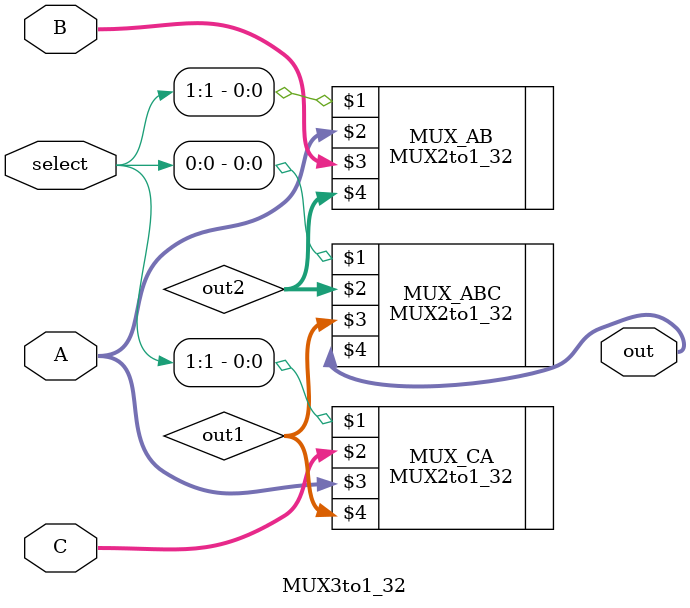
<source format=v>
module MUX3to1_32(select,A,C,B,out);
/* A: represent Rs given from IDEX_reg
 * B: represent Rd given from MEMWB_reg
 * C: represent Rd given from EXMEM_reg
*/
output [31:0] out;
input [1:0] select;
input [31:0] A,B,C;
wire [31:0] out1,out2;
MUX2to1_32 MUX_CA(select[1:1],C,A,out1);
MUX2to1_32 MUX_AB(select[1:1],A,B,out2);
MUX2to1_32 MUX_ABC(select[0:0],out2,out1,out);

endmodule 
</source>
